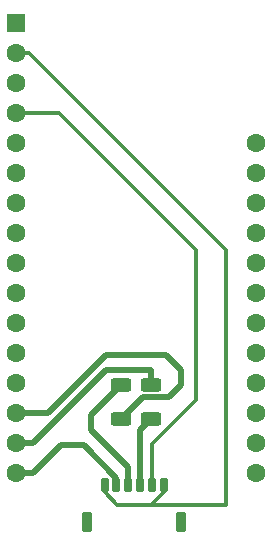
<source format=gbr>
%TF.GenerationSoftware,KiCad,Pcbnew,7.0.8*%
%TF.CreationDate,2024-08-15T13:25:32-04:00*%
%TF.ProjectId,R503toFeather,52353033-746f-4466-9561-746865722e6b,rev?*%
%TF.SameCoordinates,Original*%
%TF.FileFunction,Copper,L1,Top*%
%TF.FilePolarity,Positive*%
%FSLAX46Y46*%
G04 Gerber Fmt 4.6, Leading zero omitted, Abs format (unit mm)*
G04 Created by KiCad (PCBNEW 7.0.8) date 2024-08-15 13:25:32*
%MOMM*%
%LPD*%
G01*
G04 APERTURE LIST*
G04 Aperture macros list*
%AMRoundRect*
0 Rectangle with rounded corners*
0 $1 Rounding radius*
0 $2 $3 $4 $5 $6 $7 $8 $9 X,Y pos of 4 corners*
0 Add a 4 corners polygon primitive as box body*
4,1,4,$2,$3,$4,$5,$6,$7,$8,$9,$2,$3,0*
0 Add four circle primitives for the rounded corners*
1,1,$1+$1,$2,$3*
1,1,$1+$1,$4,$5*
1,1,$1+$1,$6,$7*
1,1,$1+$1,$8,$9*
0 Add four rect primitives between the rounded corners*
20,1,$1+$1,$2,$3,$4,$5,0*
20,1,$1+$1,$4,$5,$6,$7,0*
20,1,$1+$1,$6,$7,$8,$9,0*
20,1,$1+$1,$8,$9,$2,$3,0*%
G04 Aperture macros list end*
%TA.AperFunction,SMDPad,CuDef*%
%ADD10RoundRect,0.250000X-0.625000X0.312500X-0.625000X-0.312500X0.625000X-0.312500X0.625000X0.312500X0*%
%TD*%
%TA.AperFunction,SMDPad,CuDef*%
%ADD11RoundRect,0.250000X0.625000X-0.312500X0.625000X0.312500X-0.625000X0.312500X-0.625000X-0.312500X0*%
%TD*%
%TA.AperFunction,SMDPad,CuDef*%
%ADD12RoundRect,0.150000X-0.150000X-0.475000X0.150000X-0.475000X0.150000X0.475000X-0.150000X0.475000X0*%
%TD*%
%TA.AperFunction,SMDPad,CuDef*%
%ADD13RoundRect,0.225000X-0.225000X-0.625000X0.225000X-0.625000X0.225000X0.625000X-0.225000X0.625000X0*%
%TD*%
%TA.AperFunction,ComponentPad*%
%ADD14R,1.600000X1.600000*%
%TD*%
%TA.AperFunction,ComponentPad*%
%ADD15C,1.600000*%
%TD*%
%TA.AperFunction,Conductor*%
%ADD16C,0.300000*%
%TD*%
%TA.AperFunction,Conductor*%
%ADD17C,0.500000*%
%TD*%
G04 APERTURE END LIST*
D10*
%TO.P,R2,1*%
%TO.N,Net-(J1-TXD)*%
X24130000Y-50800000D03*
%TO.P,R2,2*%
%TO.N,Net-(A1-RX)*%
X24130000Y-53725000D03*
%TD*%
D11*
%TO.P,R1,1*%
%TO.N,Net-(J1-RXD)*%
X26670000Y-53725000D03*
%TO.P,R1,2*%
%TO.N,Net-(A1-TX)*%
X26670000Y-50800000D03*
%TD*%
D12*
%TO.P,J1,1,DC3.3*%
%TO.N,VCC*%
X22760000Y-59285000D03*
%TO.P,J1,2,GND*%
%TO.N,Net-(A1-SPARE)*%
X23760000Y-59285000D03*
%TO.P,J1,3,TXD*%
%TO.N,Net-(J1-TXD)*%
X24760000Y-59285000D03*
%TO.P,J1,4,RXD*%
%TO.N,Net-(J1-RXD)*%
X25760000Y-59285000D03*
%TO.P,J1,5,WAKEUP*%
%TO.N,GND*%
X26760000Y-59285000D03*
%TO.P,J1,6,VT3.3*%
%TO.N,VCC*%
X27760000Y-59285000D03*
D13*
%TO.P,J1,MP*%
%TO.N,N/C*%
X21310000Y-62410000D03*
X29210000Y-62410000D03*
%TD*%
D14*
%TO.P,A1,1,~{RESET}*%
%TO.N,unconnected-(A1-~{RESET}-Pad1)*%
X15255000Y-20130000D03*
D15*
%TO.P,A1,2,3V3*%
%TO.N,VCC*%
X15255000Y-22670000D03*
%TO.P,A1,3,AREF*%
%TO.N,unconnected-(A1-AREF-Pad3)*%
X15255000Y-25210000D03*
%TO.P,A1,4,GND*%
%TO.N,GND*%
X15255000Y-27750000D03*
%TO.P,A1,5,A0*%
%TO.N,unconnected-(A1-A0-Pad5)*%
X15255000Y-30290000D03*
%TO.P,A1,6,A1*%
%TO.N,unconnected-(A1-A1-Pad6)*%
X15255000Y-32830000D03*
%TO.P,A1,7,A2*%
%TO.N,unconnected-(A1-A2-Pad7)*%
X15255000Y-35370000D03*
%TO.P,A1,8,A3*%
%TO.N,unconnected-(A1-A3-Pad8)*%
X15255000Y-37910000D03*
%TO.P,A1,9,A4*%
%TO.N,unconnected-(A1-A4-Pad9)*%
X15255000Y-40450000D03*
%TO.P,A1,10,A5*%
%TO.N,unconnected-(A1-A5-Pad10)*%
X15255000Y-42990000D03*
%TO.P,A1,11,SCK*%
%TO.N,unconnected-(A1-SCK-Pad11)*%
X15255000Y-45530000D03*
%TO.P,A1,12,MOSI*%
%TO.N,unconnected-(A1-MOSI-Pad12)*%
X15255000Y-48070000D03*
%TO.P,A1,13,MISO*%
%TO.N,unconnected-(A1-MISO-Pad13)*%
X15255000Y-50610000D03*
%TO.P,A1,14,RX*%
%TO.N,Net-(A1-RX)*%
X15255000Y-53150000D03*
%TO.P,A1,15,TX*%
%TO.N,Net-(A1-TX)*%
X15255000Y-55690000D03*
%TO.P,A1,16,SPARE*%
%TO.N,Net-(A1-SPARE)*%
X15255000Y-58230000D03*
%TO.P,A1,17,SDA*%
%TO.N,unconnected-(A1-SDA-Pad17)*%
X35575000Y-58230000D03*
%TO.P,A1,18,SCL*%
%TO.N,unconnected-(A1-SCL-Pad18)*%
X35575000Y-55690000D03*
%TO.P,A1,19,D0*%
%TO.N,unconnected-(A1-D0-Pad19)*%
X35575000Y-53150000D03*
%TO.P,A1,20,D1*%
%TO.N,unconnected-(A1-D1-Pad20)*%
X35575000Y-50610000D03*
%TO.P,A1,21,D2*%
%TO.N,unconnected-(A1-D2-Pad21)*%
X35575000Y-48070000D03*
%TO.P,A1,22,D3*%
%TO.N,unconnected-(A1-D3-Pad22)*%
X35575000Y-45530000D03*
%TO.P,A1,23,D4*%
%TO.N,unconnected-(A1-D4-Pad23)*%
X35575000Y-42990000D03*
%TO.P,A1,24,D5*%
%TO.N,unconnected-(A1-D5-Pad24)*%
X35575000Y-40450000D03*
%TO.P,A1,25,D6*%
%TO.N,unconnected-(A1-D6-Pad25)*%
X35575000Y-37910000D03*
%TO.P,A1,26,USB*%
%TO.N,unconnected-(A1-USB-Pad26)*%
X35575000Y-35370000D03*
%TO.P,A1,27,EN*%
%TO.N,unconnected-(A1-EN-Pad27)*%
X35575000Y-32830000D03*
%TO.P,A1,28,VBAT*%
%TO.N,unconnected-(A1-VBAT-Pad28)*%
X35575000Y-30290000D03*
%TD*%
D16*
%TO.N,VCC*%
X25400000Y-60960000D02*
X26710000Y-60960000D01*
X25400000Y-60960000D02*
X33020000Y-60960000D01*
X26710000Y-60960000D02*
X27760000Y-59910000D01*
X33020000Y-60960000D02*
X33020000Y-39370000D01*
X23810000Y-60960000D02*
X25400000Y-60960000D01*
X33020000Y-39370000D02*
X16320000Y-22670000D01*
X27760000Y-59910000D02*
X27760000Y-59285000D01*
X16320000Y-22670000D02*
X15255000Y-22670000D01*
X22760000Y-59285000D02*
X22760000Y-59910000D01*
X22760000Y-59910000D02*
X23810000Y-60960000D01*
%TO.N,GND*%
X30480000Y-39370000D02*
X18860000Y-27750000D01*
X30480000Y-52070000D02*
X30480000Y-39370000D01*
X26760000Y-55790000D02*
X30480000Y-52070000D01*
X18860000Y-27750000D02*
X15255000Y-27750000D01*
X26760000Y-59285000D02*
X26760000Y-55790000D01*
D17*
%TO.N,Net-(A1-RX)*%
X26042500Y-51812500D02*
X28197500Y-51812500D01*
X29210000Y-49530000D02*
X27940000Y-48260000D01*
X24130000Y-53725000D02*
X26042500Y-51812500D01*
X28197500Y-51812500D02*
X29210000Y-50800000D01*
X22860000Y-48260000D02*
X17970000Y-53150000D01*
X29210000Y-50800000D02*
X29210000Y-49530000D01*
X27940000Y-48260000D02*
X22860000Y-48260000D01*
X17970000Y-53150000D02*
X15255000Y-53150000D01*
%TO.N,Net-(A1-TX)*%
X26670000Y-50800000D02*
X26670000Y-49530000D01*
X22860000Y-49530000D02*
X16700000Y-55690000D01*
X26670000Y-49530000D02*
X22860000Y-49530000D01*
X16700000Y-55690000D02*
X15255000Y-55690000D01*
%TO.N,Net-(A1-SPARE)*%
X23760000Y-59285000D02*
X23760000Y-58660000D01*
X23760000Y-58660000D02*
X20980000Y-55880000D01*
X16700000Y-58230000D02*
X15255000Y-58230000D01*
X20980000Y-55880000D02*
X19050000Y-55880000D01*
X19050000Y-55880000D02*
X16700000Y-58230000D01*
%TO.N,Net-(J1-TXD)*%
X24760000Y-57780000D02*
X21590000Y-54610000D01*
X21590000Y-54610000D02*
X21590000Y-53340000D01*
X21590000Y-53340000D02*
X24130000Y-50800000D01*
X24760000Y-59285000D02*
X24760000Y-57780000D01*
%TO.N,Net-(J1-RXD)*%
X25760000Y-54635000D02*
X26670000Y-53725000D01*
X25760000Y-59285000D02*
X25760000Y-54635000D01*
%TD*%
M02*

</source>
